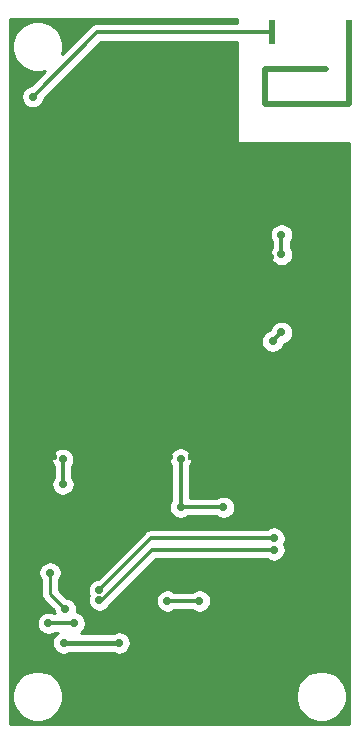
<source format=gbr>
G04 #@! TF.GenerationSoftware,KiCad,Pcbnew,(5.1.4)-1*
G04 #@! TF.CreationDate,2020-12-03T17:42:16+01:00*
G04 #@! TF.ProjectId,LoRa_Balloon,4c6f5261-5f42-4616-9c6c-6f6f6e2e6b69,2*
G04 #@! TF.SameCoordinates,Original*
G04 #@! TF.FileFunction,Copper,L2,Bot*
G04 #@! TF.FilePolarity,Positive*
%FSLAX46Y46*%
G04 Gerber Fmt 4.6, Leading zero omitted, Abs format (unit mm)*
G04 Created by KiCad (PCBNEW (5.1.4)-1) date 2020-12-03 17:42:16*
%MOMM*%
%LPD*%
G04 APERTURE LIST*
%ADD10C,0.600000*%
%ADD11R,0.500000X2.000000*%
%ADD12C,0.700000*%
%ADD13C,0.500000*%
%ADD14C,0.400000*%
%ADD15C,0.300000*%
%ADD16C,0.250000*%
%ADD17C,0.355547*%
%ADD18C,0.254000*%
G04 APERTURE END LIST*
D10*
X123510000Y-153500000D03*
X123560000Y-149870000D03*
X119500000Y-103970000D03*
X118500000Y-103970000D03*
X117500000Y-103970000D03*
X116500000Y-103970000D03*
X115500000Y-103970000D03*
X114500000Y-103970000D03*
X113500000Y-103970000D03*
X112500000Y-103970000D03*
X111500000Y-103970000D03*
X110500000Y-103970000D03*
X109500000Y-103970000D03*
X108500000Y-104010000D03*
X107790000Y-104720000D03*
X107080000Y-105430000D03*
X106370000Y-106140000D03*
X105660000Y-106850000D03*
X104950000Y-107560000D03*
D11*
X122870000Y-102781020D03*
X129370000Y-102781020D03*
D10*
X121100220Y-157380860D03*
X117033680Y-157553580D03*
X117384200Y-128440520D03*
X113967900Y-142105300D03*
X109865800Y-142841900D03*
X118031900Y-116540200D03*
X119860700Y-116959300D03*
X107541700Y-136669700D03*
X108191300Y-158412100D03*
X113191300Y-158412100D03*
X114691800Y-157916800D03*
X106690800Y-157916800D03*
X103947600Y-156157420D03*
X121227920Y-150630000D03*
X121227920Y-152530000D03*
X109789600Y-151846200D03*
X111389800Y-151846200D03*
X118912440Y-126128200D03*
X118912440Y-125248200D03*
X117826160Y-121176280D03*
X117826160Y-120296280D03*
X120168040Y-136791620D03*
X124145680Y-136248060D03*
X124574940Y-133586140D03*
X121084980Y-134015400D03*
X121684420Y-131328080D03*
X118651660Y-130726100D03*
X124689240Y-131411900D03*
X122271160Y-115496260D03*
X124905140Y-115928060D03*
X124153300Y-118300420D03*
X125446160Y-120492440D03*
X124981340Y-124810440D03*
X125060080Y-127175180D03*
X107046400Y-125422580D03*
X105080440Y-124945060D03*
X104862000Y-119651700D03*
X106868600Y-120743900D03*
X107402000Y-116433520D03*
X107275000Y-124122100D03*
X106492680Y-117975300D03*
X105852600Y-122179000D03*
X105476680Y-115724860D03*
X114226980Y-138767740D03*
X115956720Y-138780440D03*
X117003200Y-138777900D03*
X120597300Y-138765200D03*
X119482240Y-138770280D03*
X121671720Y-138770280D03*
X122786780Y-138765200D03*
X124712100Y-138727100D03*
X125827160Y-138722020D03*
X126916820Y-138737260D03*
X126911740Y-137622200D03*
X126952380Y-131086780D03*
X126947300Y-134396400D03*
X126952380Y-133299120D03*
X126934600Y-135483520D03*
X126916820Y-136524920D03*
X126947300Y-132184060D03*
X123462420Y-112763220D03*
X126772040Y-112768300D03*
X125674760Y-112763220D03*
X126954920Y-130004740D03*
X124559700Y-112768300D03*
X127960760Y-112760680D03*
X126947300Y-128290240D03*
X126939680Y-126966900D03*
X117856640Y-112765760D03*
X116759360Y-112760680D03*
X114547020Y-112760680D03*
X115644300Y-112765760D03*
X119045360Y-112758140D03*
X120142640Y-112763220D03*
X121257700Y-112758140D03*
X122354980Y-112763220D03*
X126947300Y-120665160D03*
X126947300Y-125684200D03*
X126947300Y-122877500D03*
X126947300Y-124332920D03*
X126942220Y-121762440D03*
X126977780Y-116324300D03*
X126982860Y-115227020D03*
X126977780Y-118536640D03*
X126982860Y-117439360D03*
X126965080Y-119623760D03*
X110958000Y-137977800D03*
X110089320Y-138767740D03*
X104404800Y-138727100D03*
X103477700Y-138734720D03*
X103477700Y-136514760D03*
X103472620Y-137612040D03*
X103503100Y-116364940D03*
X103508180Y-115267660D03*
X103467540Y-131333160D03*
X103465000Y-128902380D03*
X103459920Y-127787320D03*
X103475160Y-130307000D03*
X103465000Y-126690040D03*
X103470080Y-123408360D03*
X103475160Y-122311080D03*
X103470080Y-125620700D03*
X103475160Y-124523420D03*
X103492940Y-117914340D03*
X103487860Y-119011620D03*
X103487860Y-121223960D03*
X103492940Y-120126680D03*
X103553900Y-112768300D03*
X104651180Y-112773380D03*
X105766240Y-112768300D03*
X106863520Y-112773380D03*
X108052240Y-112765760D03*
X109149520Y-112770840D03*
X110264580Y-112765760D03*
X113454820Y-112760680D03*
X111361860Y-112770840D03*
X111264470Y-133907470D03*
X110201970Y-133907470D03*
X111264470Y-131782470D03*
X110201970Y-132844970D03*
X110201970Y-131782470D03*
X111264470Y-132844970D03*
X112326970Y-131782470D03*
X112326970Y-132844970D03*
X112326970Y-133907470D03*
X113389470Y-133907470D03*
X113389470Y-132844970D03*
X113389470Y-131782470D03*
X113389470Y-130719970D03*
X112326970Y-130719970D03*
X111264470Y-130719970D03*
X110201970Y-130719970D03*
X112578520Y-128021000D03*
X112756320Y-127035480D03*
X113764700Y-126888160D03*
X114783240Y-127002460D03*
X115832260Y-126971980D03*
X118925980Y-127297100D03*
X120734460Y-126844980D03*
X121669180Y-126771320D03*
X121999380Y-125663880D03*
X121991760Y-124617400D03*
X121984140Y-123578540D03*
X122758840Y-122885120D03*
X122758840Y-121838640D03*
X121991760Y-121137600D03*
X121961280Y-120121600D03*
X117940460Y-119125920D03*
X114920400Y-118508700D03*
X113983140Y-117579060D03*
X115867820Y-119463740D03*
X114475900Y-119545020D03*
X112918880Y-121231580D03*
X113922180Y-121536380D03*
X113884080Y-122341560D03*
X115326800Y-121569400D03*
X116576480Y-122382200D03*
X117816000Y-122509200D03*
X119063140Y-122354260D03*
X121079900Y-119567880D03*
X120033420Y-121980880D03*
X119939440Y-123022280D03*
X119903880Y-124066220D03*
X118750720Y-124089080D03*
X117683920Y-124058600D03*
X117051460Y-125013640D03*
X116053240Y-124924740D03*
X115042320Y-124909500D03*
X114343820Y-124165280D03*
X113320200Y-124150040D03*
X111918120Y-124508180D03*
X112786800Y-125013640D03*
X111509180Y-125435280D03*
X111526960Y-123583620D03*
X111519340Y-122567620D03*
X111521880Y-121536380D03*
X112062900Y-120657540D03*
X112052740Y-119603440D03*
X111882560Y-118607760D03*
X108961560Y-125478460D03*
X109464480Y-124599620D03*
X109449240Y-123596320D03*
X108984420Y-122674300D03*
X108666920Y-121716720D03*
X108956480Y-120743900D03*
X108959020Y-119727900D03*
X108687240Y-118737300D03*
X108923460Y-117761940D03*
X109921680Y-117586680D03*
X110848780Y-117172660D03*
D12*
X115093120Y-143002340D03*
X109888660Y-154496640D03*
X105189660Y-154492880D03*
X118725320Y-143004460D03*
X115093120Y-138917600D03*
X122890920Y-128955720D03*
X104040989Y-148559440D03*
X105347140Y-151653160D03*
X105123620Y-138943000D03*
X105128700Y-141046120D03*
X123637680Y-128208960D03*
X123637680Y-121597340D03*
X123637680Y-119946340D03*
X116683160Y-150936880D03*
X113972980Y-150936880D03*
X123000000Y-145620000D03*
X108200000Y-150051540D03*
X123000000Y-146620000D03*
X108200000Y-150850000D03*
X103899340Y-152829180D03*
X106091360Y-152831720D03*
X102576000Y-108258453D03*
D13*
X129370000Y-108900000D02*
X122270000Y-108900000D01*
X127370000Y-105906260D02*
X122270000Y-105906260D01*
X122270000Y-108900000D02*
X122270000Y-105900000D01*
X129370000Y-103800000D02*
X129370000Y-108900000D01*
D14*
X105193420Y-154496640D02*
X105189660Y-154492880D01*
X109888660Y-154496640D02*
X105193420Y-154496640D01*
D15*
X115093120Y-138917600D02*
X115093120Y-143002340D01*
X118184300Y-143002340D02*
X118725320Y-143004460D01*
X115093120Y-143002340D02*
X118184300Y-143002340D01*
X105128700Y-141046120D02*
X105128700Y-138948080D01*
D16*
X105128700Y-138948080D02*
X105123620Y-138943000D01*
X104040989Y-150347009D02*
X105347140Y-151653160D01*
X104040989Y-148559440D02*
X104040989Y-150347009D01*
D15*
X122890920Y-128955720D02*
X123637680Y-128208960D01*
X123637680Y-121597340D02*
X123637680Y-119946340D01*
X116683160Y-150936880D02*
X113972980Y-150936880D01*
X112631540Y-145620000D02*
X108200000Y-150051540D01*
X123000000Y-145620000D02*
X112631540Y-145620000D01*
X108437542Y-150850000D02*
X108200000Y-150850000D01*
X112667542Y-146620000D02*
X108437542Y-150850000D01*
X123000000Y-146620000D02*
X112667542Y-146620000D01*
X103901880Y-152831720D02*
X103899340Y-152829180D01*
X106091360Y-152831720D02*
X103901880Y-152831720D01*
D17*
X108053433Y-102781020D02*
X102576000Y-108258453D01*
X122932760Y-102781020D02*
X108053433Y-102781020D01*
D18*
G36*
X119873000Y-101968247D02*
G01*
X108093351Y-101968247D01*
X108053432Y-101964315D01*
X108013513Y-101968247D01*
X108013511Y-101968247D01*
X107894102Y-101980008D01*
X107740894Y-102026483D01*
X107675167Y-102061615D01*
X107599695Y-102101955D01*
X107522945Y-102164942D01*
X107475935Y-102203522D01*
X107450486Y-102234532D01*
X105094556Y-104590463D01*
X105169503Y-104213677D01*
X105169503Y-103786323D01*
X105086130Y-103367179D01*
X104922588Y-102972355D01*
X104685163Y-102617023D01*
X104382977Y-102314837D01*
X104027645Y-102077412D01*
X103632821Y-101913870D01*
X103213677Y-101830497D01*
X102786323Y-101830497D01*
X102367179Y-101913870D01*
X101972355Y-102077412D01*
X101617023Y-102314837D01*
X101314837Y-102617023D01*
X101077412Y-102972355D01*
X100913870Y-103367179D01*
X100830497Y-103786323D01*
X100830497Y-104213677D01*
X100913870Y-104632821D01*
X101077412Y-105027645D01*
X101314837Y-105382977D01*
X101617023Y-105685163D01*
X101972355Y-105922588D01*
X102367179Y-106086130D01*
X102786323Y-106169503D01*
X103213677Y-106169503D01*
X103590463Y-106094555D01*
X102394825Y-107290194D01*
X102288686Y-107311306D01*
X102109428Y-107385557D01*
X101948099Y-107493354D01*
X101810901Y-107630552D01*
X101703104Y-107791881D01*
X101628853Y-107971139D01*
X101591000Y-108161439D01*
X101591000Y-108355467D01*
X101628853Y-108545767D01*
X101703104Y-108725025D01*
X101810901Y-108886354D01*
X101948099Y-109023552D01*
X102109428Y-109131349D01*
X102288686Y-109205600D01*
X102478986Y-109243453D01*
X102673014Y-109243453D01*
X102863314Y-109205600D01*
X103042572Y-109131349D01*
X103203901Y-109023552D01*
X103341099Y-108886354D01*
X103448896Y-108725025D01*
X103523147Y-108545767D01*
X103544259Y-108439628D01*
X108390095Y-103593793D01*
X119873000Y-103593793D01*
X119873000Y-112000000D01*
X119875440Y-112024776D01*
X119882667Y-112048601D01*
X119894403Y-112070557D01*
X119910197Y-112089803D01*
X119929443Y-112105597D01*
X119951399Y-112117333D01*
X119975224Y-112124560D01*
X120000000Y-112127000D01*
X129340000Y-112127000D01*
X129340001Y-161340000D01*
X100660000Y-161340000D01*
X100660000Y-158786323D01*
X100830497Y-158786323D01*
X100830497Y-159213677D01*
X100913870Y-159632821D01*
X101077412Y-160027645D01*
X101314837Y-160382977D01*
X101617023Y-160685163D01*
X101972355Y-160922588D01*
X102367179Y-161086130D01*
X102786323Y-161169503D01*
X103213677Y-161169503D01*
X103632821Y-161086130D01*
X104027645Y-160922588D01*
X104382977Y-160685163D01*
X104685163Y-160382977D01*
X104922588Y-160027645D01*
X105086130Y-159632821D01*
X105169503Y-159213677D01*
X105169503Y-158786323D01*
X124830497Y-158786323D01*
X124830497Y-159213677D01*
X124913870Y-159632821D01*
X125077412Y-160027645D01*
X125314837Y-160382977D01*
X125617023Y-160685163D01*
X125972355Y-160922588D01*
X126367179Y-161086130D01*
X126786323Y-161169503D01*
X127213677Y-161169503D01*
X127632821Y-161086130D01*
X128027645Y-160922588D01*
X128382977Y-160685163D01*
X128685163Y-160382977D01*
X128922588Y-160027645D01*
X129086130Y-159632821D01*
X129169503Y-159213677D01*
X129169503Y-158786323D01*
X129086130Y-158367179D01*
X128922588Y-157972355D01*
X128685163Y-157617023D01*
X128382977Y-157314837D01*
X128027645Y-157077412D01*
X127632821Y-156913870D01*
X127213677Y-156830497D01*
X126786323Y-156830497D01*
X126367179Y-156913870D01*
X125972355Y-157077412D01*
X125617023Y-157314837D01*
X125314837Y-157617023D01*
X125077412Y-157972355D01*
X124913870Y-158367179D01*
X124830497Y-158786323D01*
X105169503Y-158786323D01*
X105086130Y-158367179D01*
X104922588Y-157972355D01*
X104685163Y-157617023D01*
X104382977Y-157314837D01*
X104027645Y-157077412D01*
X103632821Y-156913870D01*
X103213677Y-156830497D01*
X102786323Y-156830497D01*
X102367179Y-156913870D01*
X101972355Y-157077412D01*
X101617023Y-157314837D01*
X101314837Y-157617023D01*
X101077412Y-157972355D01*
X100913870Y-158367179D01*
X100830497Y-158786323D01*
X100660000Y-158786323D01*
X100660000Y-152732166D01*
X102914340Y-152732166D01*
X102914340Y-152926194D01*
X102952193Y-153116494D01*
X103026444Y-153295752D01*
X103134241Y-153457081D01*
X103271439Y-153594279D01*
X103432768Y-153702076D01*
X103612026Y-153776327D01*
X103802326Y-153814180D01*
X103996354Y-153814180D01*
X104186654Y-153776327D01*
X104365912Y-153702076D01*
X104493656Y-153616720D01*
X104730968Y-153616720D01*
X104723088Y-153619984D01*
X104561759Y-153727781D01*
X104424561Y-153864979D01*
X104316764Y-154026308D01*
X104242513Y-154205566D01*
X104204660Y-154395866D01*
X104204660Y-154589894D01*
X104242513Y-154780194D01*
X104316764Y-154959452D01*
X104424561Y-155120781D01*
X104561759Y-155257979D01*
X104723088Y-155365776D01*
X104902346Y-155440027D01*
X105092646Y-155477880D01*
X105286674Y-155477880D01*
X105476974Y-155440027D01*
X105656232Y-155365776D01*
X105707320Y-155331640D01*
X109365373Y-155331640D01*
X109422088Y-155369536D01*
X109601346Y-155443787D01*
X109791646Y-155481640D01*
X109985674Y-155481640D01*
X110175974Y-155443787D01*
X110355232Y-155369536D01*
X110516561Y-155261739D01*
X110653759Y-155124541D01*
X110761556Y-154963212D01*
X110835807Y-154783954D01*
X110873660Y-154593654D01*
X110873660Y-154399626D01*
X110835807Y-154209326D01*
X110761556Y-154030068D01*
X110653759Y-153868739D01*
X110516561Y-153731541D01*
X110355232Y-153623744D01*
X110175974Y-153549493D01*
X109985674Y-153511640D01*
X109791646Y-153511640D01*
X109601346Y-153549493D01*
X109422088Y-153623744D01*
X109365373Y-153661640D01*
X106622250Y-153661640D01*
X106719261Y-153596819D01*
X106856459Y-153459621D01*
X106964256Y-153298292D01*
X107038507Y-153119034D01*
X107076360Y-152928734D01*
X107076360Y-152734706D01*
X107038507Y-152544406D01*
X106964256Y-152365148D01*
X106856459Y-152203819D01*
X106719261Y-152066621D01*
X106557932Y-151958824D01*
X106378674Y-151884573D01*
X106308195Y-151870554D01*
X106332140Y-151750174D01*
X106332140Y-151556146D01*
X106294287Y-151365846D01*
X106220036Y-151186588D01*
X106112239Y-151025259D01*
X105975041Y-150888061D01*
X105813712Y-150780264D01*
X105634454Y-150706013D01*
X105444154Y-150668160D01*
X105436942Y-150668160D01*
X104800989Y-150032208D01*
X104800989Y-149954526D01*
X107215000Y-149954526D01*
X107215000Y-150148554D01*
X107252853Y-150338854D01*
X107299210Y-150450770D01*
X107252853Y-150562686D01*
X107215000Y-150752986D01*
X107215000Y-150947014D01*
X107252853Y-151137314D01*
X107327104Y-151316572D01*
X107434901Y-151477901D01*
X107572099Y-151615099D01*
X107733428Y-151722896D01*
X107912686Y-151797147D01*
X108102986Y-151835000D01*
X108297014Y-151835000D01*
X108487314Y-151797147D01*
X108666572Y-151722896D01*
X108827901Y-151615099D01*
X108965099Y-151477901D01*
X109056321Y-151341378D01*
X109557833Y-150839866D01*
X112987980Y-150839866D01*
X112987980Y-151033894D01*
X113025833Y-151224194D01*
X113100084Y-151403452D01*
X113207881Y-151564781D01*
X113345079Y-151701979D01*
X113506408Y-151809776D01*
X113685666Y-151884027D01*
X113875966Y-151921880D01*
X114069994Y-151921880D01*
X114260294Y-151884027D01*
X114439552Y-151809776D01*
X114571097Y-151721880D01*
X116085043Y-151721880D01*
X116216588Y-151809776D01*
X116395846Y-151884027D01*
X116586146Y-151921880D01*
X116780174Y-151921880D01*
X116970474Y-151884027D01*
X117149732Y-151809776D01*
X117311061Y-151701979D01*
X117448259Y-151564781D01*
X117556056Y-151403452D01*
X117630307Y-151224194D01*
X117668160Y-151033894D01*
X117668160Y-150839866D01*
X117630307Y-150649566D01*
X117556056Y-150470308D01*
X117448259Y-150308979D01*
X117311061Y-150171781D01*
X117149732Y-150063984D01*
X116970474Y-149989733D01*
X116780174Y-149951880D01*
X116586146Y-149951880D01*
X116395846Y-149989733D01*
X116216588Y-150063984D01*
X116085043Y-150151880D01*
X114571097Y-150151880D01*
X114439552Y-150063984D01*
X114260294Y-149989733D01*
X114069994Y-149951880D01*
X113875966Y-149951880D01*
X113685666Y-149989733D01*
X113506408Y-150063984D01*
X113345079Y-150171781D01*
X113207881Y-150308979D01*
X113100084Y-150470308D01*
X113025833Y-150649566D01*
X112987980Y-150839866D01*
X109557833Y-150839866D01*
X112992700Y-147405000D01*
X122401883Y-147405000D01*
X122533428Y-147492896D01*
X122712686Y-147567147D01*
X122902986Y-147605000D01*
X123097014Y-147605000D01*
X123287314Y-147567147D01*
X123466572Y-147492896D01*
X123627901Y-147385099D01*
X123765099Y-147247901D01*
X123872896Y-147086572D01*
X123947147Y-146907314D01*
X123985000Y-146717014D01*
X123985000Y-146522986D01*
X123947147Y-146332686D01*
X123872896Y-146153428D01*
X123850560Y-146120000D01*
X123872896Y-146086572D01*
X123947147Y-145907314D01*
X123985000Y-145717014D01*
X123985000Y-145522986D01*
X123947147Y-145332686D01*
X123872896Y-145153428D01*
X123765099Y-144992099D01*
X123627901Y-144854901D01*
X123466572Y-144747104D01*
X123287314Y-144672853D01*
X123097014Y-144635000D01*
X122902986Y-144635000D01*
X122712686Y-144672853D01*
X122533428Y-144747104D01*
X122401883Y-144835000D01*
X112670095Y-144835000D01*
X112631540Y-144831203D01*
X112592984Y-144835000D01*
X112592979Y-144835000D01*
X112552566Y-144838980D01*
X112477653Y-144846358D01*
X112329680Y-144891246D01*
X112193307Y-144964138D01*
X112159237Y-144992099D01*
X112103727Y-145037655D01*
X112103724Y-145037658D01*
X112073776Y-145062236D01*
X112049198Y-145092184D01*
X108067855Y-149073528D01*
X107912686Y-149104393D01*
X107733428Y-149178644D01*
X107572099Y-149286441D01*
X107434901Y-149423639D01*
X107327104Y-149584968D01*
X107252853Y-149764226D01*
X107215000Y-149954526D01*
X104800989Y-149954526D01*
X104800989Y-149192440D01*
X104806088Y-149187341D01*
X104913885Y-149026012D01*
X104988136Y-148846754D01*
X105025989Y-148656454D01*
X105025989Y-148462426D01*
X104988136Y-148272126D01*
X104913885Y-148092868D01*
X104806088Y-147931539D01*
X104668890Y-147794341D01*
X104507561Y-147686544D01*
X104328303Y-147612293D01*
X104138003Y-147574440D01*
X103943975Y-147574440D01*
X103753675Y-147612293D01*
X103574417Y-147686544D01*
X103413088Y-147794341D01*
X103275890Y-147931539D01*
X103168093Y-148092868D01*
X103093842Y-148272126D01*
X103055989Y-148462426D01*
X103055989Y-148656454D01*
X103093842Y-148846754D01*
X103168093Y-149026012D01*
X103275890Y-149187341D01*
X103280989Y-149192440D01*
X103280990Y-150309677D01*
X103277313Y-150347009D01*
X103280990Y-150384342D01*
X103291987Y-150495995D01*
X103298696Y-150518112D01*
X103335443Y-150639255D01*
X103406015Y-150771285D01*
X103477190Y-150858011D01*
X103500989Y-150887010D01*
X103529987Y-150910808D01*
X104362140Y-151742962D01*
X104362140Y-151750174D01*
X104399993Y-151940474D01*
X104422090Y-151993821D01*
X104365912Y-151956284D01*
X104186654Y-151882033D01*
X103996354Y-151844180D01*
X103802326Y-151844180D01*
X103612026Y-151882033D01*
X103432768Y-151956284D01*
X103271439Y-152064081D01*
X103134241Y-152201279D01*
X103026444Y-152362608D01*
X102952193Y-152541866D01*
X102914340Y-152732166D01*
X100660000Y-152732166D01*
X100660000Y-138845986D01*
X104138620Y-138845986D01*
X104138620Y-139040014D01*
X104176473Y-139230314D01*
X104250724Y-139409572D01*
X104343701Y-139548721D01*
X104343700Y-140448002D01*
X104255804Y-140579548D01*
X104181553Y-140758806D01*
X104143700Y-140949106D01*
X104143700Y-141143134D01*
X104181553Y-141333434D01*
X104255804Y-141512692D01*
X104363601Y-141674021D01*
X104500799Y-141811219D01*
X104662128Y-141919016D01*
X104841386Y-141993267D01*
X105031686Y-142031120D01*
X105225714Y-142031120D01*
X105416014Y-141993267D01*
X105595272Y-141919016D01*
X105756601Y-141811219D01*
X105893799Y-141674021D01*
X106001596Y-141512692D01*
X106075847Y-141333434D01*
X106113700Y-141143134D01*
X106113700Y-140949106D01*
X106075847Y-140758806D01*
X106001596Y-140579548D01*
X105913700Y-140448003D01*
X105913700Y-139533514D01*
X105996516Y-139409572D01*
X106070767Y-139230314D01*
X106108620Y-139040014D01*
X106108620Y-138845986D01*
X106103568Y-138820586D01*
X114108120Y-138820586D01*
X114108120Y-139014614D01*
X114145973Y-139204914D01*
X114220224Y-139384172D01*
X114308120Y-139515717D01*
X114308121Y-142404222D01*
X114220224Y-142535768D01*
X114145973Y-142715026D01*
X114108120Y-142905326D01*
X114108120Y-143099354D01*
X114145973Y-143289654D01*
X114220224Y-143468912D01*
X114328021Y-143630241D01*
X114465219Y-143767439D01*
X114626548Y-143875236D01*
X114805806Y-143949487D01*
X114996106Y-143987340D01*
X115190134Y-143987340D01*
X115380434Y-143949487D01*
X115559692Y-143875236D01*
X115691237Y-143787340D01*
X118124030Y-143787340D01*
X118258748Y-143877356D01*
X118438006Y-143951607D01*
X118628306Y-143989460D01*
X118822334Y-143989460D01*
X119012634Y-143951607D01*
X119191892Y-143877356D01*
X119353221Y-143769559D01*
X119490419Y-143632361D01*
X119598216Y-143471032D01*
X119672467Y-143291774D01*
X119710320Y-143101474D01*
X119710320Y-142907446D01*
X119672467Y-142717146D01*
X119598216Y-142537888D01*
X119490419Y-142376559D01*
X119353221Y-142239361D01*
X119191892Y-142131564D01*
X119012634Y-142057313D01*
X118822334Y-142019460D01*
X118628306Y-142019460D01*
X118438006Y-142057313D01*
X118258748Y-142131564D01*
X118130376Y-142217340D01*
X115878120Y-142217340D01*
X115878120Y-139515717D01*
X115966016Y-139384172D01*
X116040267Y-139204914D01*
X116078120Y-139014614D01*
X116078120Y-138820586D01*
X116040267Y-138630286D01*
X115966016Y-138451028D01*
X115858219Y-138289699D01*
X115721021Y-138152501D01*
X115559692Y-138044704D01*
X115380434Y-137970453D01*
X115190134Y-137932600D01*
X114996106Y-137932600D01*
X114805806Y-137970453D01*
X114626548Y-138044704D01*
X114465219Y-138152501D01*
X114328021Y-138289699D01*
X114220224Y-138451028D01*
X114145973Y-138630286D01*
X114108120Y-138820586D01*
X106103568Y-138820586D01*
X106070767Y-138655686D01*
X105996516Y-138476428D01*
X105888719Y-138315099D01*
X105751521Y-138177901D01*
X105590192Y-138070104D01*
X105410934Y-137995853D01*
X105220634Y-137958000D01*
X105026606Y-137958000D01*
X104836306Y-137995853D01*
X104657048Y-138070104D01*
X104495719Y-138177901D01*
X104358521Y-138315099D01*
X104250724Y-138476428D01*
X104176473Y-138655686D01*
X104138620Y-138845986D01*
X100660000Y-138845986D01*
X100660000Y-128858706D01*
X121905920Y-128858706D01*
X121905920Y-129052734D01*
X121943773Y-129243034D01*
X122018024Y-129422292D01*
X122125821Y-129583621D01*
X122263019Y-129720819D01*
X122424348Y-129828616D01*
X122603606Y-129902867D01*
X122793906Y-129940720D01*
X122987934Y-129940720D01*
X123178234Y-129902867D01*
X123357492Y-129828616D01*
X123518821Y-129720819D01*
X123656019Y-129583621D01*
X123763816Y-129422292D01*
X123838067Y-129243034D01*
X123852489Y-129170529D01*
X123924994Y-129156107D01*
X124104252Y-129081856D01*
X124265581Y-128974059D01*
X124402779Y-128836861D01*
X124510576Y-128675532D01*
X124584827Y-128496274D01*
X124622680Y-128305974D01*
X124622680Y-128111946D01*
X124584827Y-127921646D01*
X124510576Y-127742388D01*
X124402779Y-127581059D01*
X124265581Y-127443861D01*
X124104252Y-127336064D01*
X123924994Y-127261813D01*
X123734694Y-127223960D01*
X123540666Y-127223960D01*
X123350366Y-127261813D01*
X123171108Y-127336064D01*
X123009779Y-127443861D01*
X122872581Y-127581059D01*
X122764784Y-127742388D01*
X122690533Y-127921646D01*
X122676111Y-127994151D01*
X122603606Y-128008573D01*
X122424348Y-128082824D01*
X122263019Y-128190621D01*
X122125821Y-128327819D01*
X122018024Y-128489148D01*
X121943773Y-128668406D01*
X121905920Y-128858706D01*
X100660000Y-128858706D01*
X100660000Y-119849326D01*
X122652680Y-119849326D01*
X122652680Y-120043354D01*
X122690533Y-120233654D01*
X122764784Y-120412912D01*
X122852681Y-120544458D01*
X122852680Y-120999222D01*
X122764784Y-121130768D01*
X122690533Y-121310026D01*
X122652680Y-121500326D01*
X122652680Y-121694354D01*
X122690533Y-121884654D01*
X122764784Y-122063912D01*
X122872581Y-122225241D01*
X123009779Y-122362439D01*
X123171108Y-122470236D01*
X123350366Y-122544487D01*
X123540666Y-122582340D01*
X123734694Y-122582340D01*
X123924994Y-122544487D01*
X124104252Y-122470236D01*
X124265581Y-122362439D01*
X124402779Y-122225241D01*
X124510576Y-122063912D01*
X124584827Y-121884654D01*
X124622680Y-121694354D01*
X124622680Y-121500326D01*
X124584827Y-121310026D01*
X124510576Y-121130768D01*
X124422680Y-120999223D01*
X124422680Y-120544457D01*
X124510576Y-120412912D01*
X124584827Y-120233654D01*
X124622680Y-120043354D01*
X124622680Y-119849326D01*
X124584827Y-119659026D01*
X124510576Y-119479768D01*
X124402779Y-119318439D01*
X124265581Y-119181241D01*
X124104252Y-119073444D01*
X123924994Y-118999193D01*
X123734694Y-118961340D01*
X123540666Y-118961340D01*
X123350366Y-118999193D01*
X123171108Y-119073444D01*
X123009779Y-119181241D01*
X122872581Y-119318439D01*
X122764784Y-119479768D01*
X122690533Y-119659026D01*
X122652680Y-119849326D01*
X100660000Y-119849326D01*
X100660000Y-101660000D01*
X119873000Y-101660000D01*
X119873000Y-101968247D01*
X119873000Y-101968247D01*
G37*
X119873000Y-101968247D02*
X108093351Y-101968247D01*
X108053432Y-101964315D01*
X108013513Y-101968247D01*
X108013511Y-101968247D01*
X107894102Y-101980008D01*
X107740894Y-102026483D01*
X107675167Y-102061615D01*
X107599695Y-102101955D01*
X107522945Y-102164942D01*
X107475935Y-102203522D01*
X107450486Y-102234532D01*
X105094556Y-104590463D01*
X105169503Y-104213677D01*
X105169503Y-103786323D01*
X105086130Y-103367179D01*
X104922588Y-102972355D01*
X104685163Y-102617023D01*
X104382977Y-102314837D01*
X104027645Y-102077412D01*
X103632821Y-101913870D01*
X103213677Y-101830497D01*
X102786323Y-101830497D01*
X102367179Y-101913870D01*
X101972355Y-102077412D01*
X101617023Y-102314837D01*
X101314837Y-102617023D01*
X101077412Y-102972355D01*
X100913870Y-103367179D01*
X100830497Y-103786323D01*
X100830497Y-104213677D01*
X100913870Y-104632821D01*
X101077412Y-105027645D01*
X101314837Y-105382977D01*
X101617023Y-105685163D01*
X101972355Y-105922588D01*
X102367179Y-106086130D01*
X102786323Y-106169503D01*
X103213677Y-106169503D01*
X103590463Y-106094555D01*
X102394825Y-107290194D01*
X102288686Y-107311306D01*
X102109428Y-107385557D01*
X101948099Y-107493354D01*
X101810901Y-107630552D01*
X101703104Y-107791881D01*
X101628853Y-107971139D01*
X101591000Y-108161439D01*
X101591000Y-108355467D01*
X101628853Y-108545767D01*
X101703104Y-108725025D01*
X101810901Y-108886354D01*
X101948099Y-109023552D01*
X102109428Y-109131349D01*
X102288686Y-109205600D01*
X102478986Y-109243453D01*
X102673014Y-109243453D01*
X102863314Y-109205600D01*
X103042572Y-109131349D01*
X103203901Y-109023552D01*
X103341099Y-108886354D01*
X103448896Y-108725025D01*
X103523147Y-108545767D01*
X103544259Y-108439628D01*
X108390095Y-103593793D01*
X119873000Y-103593793D01*
X119873000Y-112000000D01*
X119875440Y-112024776D01*
X119882667Y-112048601D01*
X119894403Y-112070557D01*
X119910197Y-112089803D01*
X119929443Y-112105597D01*
X119951399Y-112117333D01*
X119975224Y-112124560D01*
X120000000Y-112127000D01*
X129340000Y-112127000D01*
X129340001Y-161340000D01*
X100660000Y-161340000D01*
X100660000Y-158786323D01*
X100830497Y-158786323D01*
X100830497Y-159213677D01*
X100913870Y-159632821D01*
X101077412Y-160027645D01*
X101314837Y-160382977D01*
X101617023Y-160685163D01*
X101972355Y-160922588D01*
X102367179Y-161086130D01*
X102786323Y-161169503D01*
X103213677Y-161169503D01*
X103632821Y-161086130D01*
X104027645Y-160922588D01*
X104382977Y-160685163D01*
X104685163Y-160382977D01*
X104922588Y-160027645D01*
X105086130Y-159632821D01*
X105169503Y-159213677D01*
X105169503Y-158786323D01*
X124830497Y-158786323D01*
X124830497Y-159213677D01*
X124913870Y-159632821D01*
X125077412Y-160027645D01*
X125314837Y-160382977D01*
X125617023Y-160685163D01*
X125972355Y-160922588D01*
X126367179Y-161086130D01*
X126786323Y-161169503D01*
X127213677Y-161169503D01*
X127632821Y-161086130D01*
X128027645Y-160922588D01*
X128382977Y-160685163D01*
X128685163Y-160382977D01*
X128922588Y-160027645D01*
X129086130Y-159632821D01*
X129169503Y-159213677D01*
X129169503Y-158786323D01*
X129086130Y-158367179D01*
X128922588Y-157972355D01*
X128685163Y-157617023D01*
X128382977Y-157314837D01*
X128027645Y-157077412D01*
X127632821Y-156913870D01*
X127213677Y-156830497D01*
X126786323Y-156830497D01*
X126367179Y-156913870D01*
X125972355Y-157077412D01*
X125617023Y-157314837D01*
X125314837Y-157617023D01*
X125077412Y-157972355D01*
X124913870Y-158367179D01*
X124830497Y-158786323D01*
X105169503Y-158786323D01*
X105086130Y-158367179D01*
X104922588Y-157972355D01*
X104685163Y-157617023D01*
X104382977Y-157314837D01*
X104027645Y-157077412D01*
X103632821Y-156913870D01*
X103213677Y-156830497D01*
X102786323Y-156830497D01*
X102367179Y-156913870D01*
X101972355Y-157077412D01*
X101617023Y-157314837D01*
X101314837Y-157617023D01*
X101077412Y-157972355D01*
X100913870Y-158367179D01*
X100830497Y-158786323D01*
X100660000Y-158786323D01*
X100660000Y-152732166D01*
X102914340Y-152732166D01*
X102914340Y-152926194D01*
X102952193Y-153116494D01*
X103026444Y-153295752D01*
X103134241Y-153457081D01*
X103271439Y-153594279D01*
X103432768Y-153702076D01*
X103612026Y-153776327D01*
X103802326Y-153814180D01*
X103996354Y-153814180D01*
X104186654Y-153776327D01*
X104365912Y-153702076D01*
X104493656Y-153616720D01*
X104730968Y-153616720D01*
X104723088Y-153619984D01*
X104561759Y-153727781D01*
X104424561Y-153864979D01*
X104316764Y-154026308D01*
X104242513Y-154205566D01*
X104204660Y-154395866D01*
X104204660Y-154589894D01*
X104242513Y-154780194D01*
X104316764Y-154959452D01*
X104424561Y-155120781D01*
X104561759Y-155257979D01*
X104723088Y-155365776D01*
X104902346Y-155440027D01*
X105092646Y-155477880D01*
X105286674Y-155477880D01*
X105476974Y-155440027D01*
X105656232Y-155365776D01*
X105707320Y-155331640D01*
X109365373Y-155331640D01*
X109422088Y-155369536D01*
X109601346Y-155443787D01*
X109791646Y-155481640D01*
X109985674Y-155481640D01*
X110175974Y-155443787D01*
X110355232Y-155369536D01*
X110516561Y-155261739D01*
X110653759Y-155124541D01*
X110761556Y-154963212D01*
X110835807Y-154783954D01*
X110873660Y-154593654D01*
X110873660Y-154399626D01*
X110835807Y-154209326D01*
X110761556Y-154030068D01*
X110653759Y-153868739D01*
X110516561Y-153731541D01*
X110355232Y-153623744D01*
X110175974Y-153549493D01*
X109985674Y-153511640D01*
X109791646Y-153511640D01*
X109601346Y-153549493D01*
X109422088Y-153623744D01*
X109365373Y-153661640D01*
X106622250Y-153661640D01*
X106719261Y-153596819D01*
X106856459Y-153459621D01*
X106964256Y-153298292D01*
X107038507Y-153119034D01*
X107076360Y-152928734D01*
X107076360Y-152734706D01*
X107038507Y-152544406D01*
X106964256Y-152365148D01*
X106856459Y-152203819D01*
X106719261Y-152066621D01*
X106557932Y-151958824D01*
X106378674Y-151884573D01*
X106308195Y-151870554D01*
X106332140Y-151750174D01*
X106332140Y-151556146D01*
X106294287Y-151365846D01*
X106220036Y-151186588D01*
X106112239Y-151025259D01*
X105975041Y-150888061D01*
X105813712Y-150780264D01*
X105634454Y-150706013D01*
X105444154Y-150668160D01*
X105436942Y-150668160D01*
X104800989Y-150032208D01*
X104800989Y-149954526D01*
X107215000Y-149954526D01*
X107215000Y-150148554D01*
X107252853Y-150338854D01*
X107299210Y-150450770D01*
X107252853Y-150562686D01*
X107215000Y-150752986D01*
X107215000Y-150947014D01*
X107252853Y-151137314D01*
X107327104Y-151316572D01*
X107434901Y-151477901D01*
X107572099Y-151615099D01*
X107733428Y-151722896D01*
X107912686Y-151797147D01*
X108102986Y-151835000D01*
X108297014Y-151835000D01*
X108487314Y-151797147D01*
X108666572Y-151722896D01*
X108827901Y-151615099D01*
X108965099Y-151477901D01*
X109056321Y-151341378D01*
X109557833Y-150839866D01*
X112987980Y-150839866D01*
X112987980Y-151033894D01*
X113025833Y-151224194D01*
X113100084Y-151403452D01*
X113207881Y-151564781D01*
X113345079Y-151701979D01*
X113506408Y-151809776D01*
X113685666Y-151884027D01*
X113875966Y-151921880D01*
X114069994Y-151921880D01*
X114260294Y-151884027D01*
X114439552Y-151809776D01*
X114571097Y-151721880D01*
X116085043Y-151721880D01*
X116216588Y-151809776D01*
X116395846Y-151884027D01*
X116586146Y-151921880D01*
X116780174Y-151921880D01*
X116970474Y-151884027D01*
X117149732Y-151809776D01*
X117311061Y-151701979D01*
X117448259Y-151564781D01*
X117556056Y-151403452D01*
X117630307Y-151224194D01*
X117668160Y-151033894D01*
X117668160Y-150839866D01*
X117630307Y-150649566D01*
X117556056Y-150470308D01*
X117448259Y-150308979D01*
X117311061Y-150171781D01*
X117149732Y-150063984D01*
X116970474Y-149989733D01*
X116780174Y-149951880D01*
X116586146Y-149951880D01*
X116395846Y-149989733D01*
X116216588Y-150063984D01*
X116085043Y-150151880D01*
X114571097Y-150151880D01*
X114439552Y-150063984D01*
X114260294Y-149989733D01*
X114069994Y-149951880D01*
X113875966Y-149951880D01*
X113685666Y-149989733D01*
X113506408Y-150063984D01*
X113345079Y-150171781D01*
X113207881Y-150308979D01*
X113100084Y-150470308D01*
X113025833Y-150649566D01*
X112987980Y-150839866D01*
X109557833Y-150839866D01*
X112992700Y-147405000D01*
X122401883Y-147405000D01*
X122533428Y-147492896D01*
X122712686Y-147567147D01*
X122902986Y-147605000D01*
X123097014Y-147605000D01*
X123287314Y-147567147D01*
X123466572Y-147492896D01*
X123627901Y-147385099D01*
X123765099Y-147247901D01*
X123872896Y-147086572D01*
X123947147Y-146907314D01*
X123985000Y-146717014D01*
X123985000Y-146522986D01*
X123947147Y-146332686D01*
X123872896Y-146153428D01*
X123850560Y-146120000D01*
X123872896Y-146086572D01*
X123947147Y-145907314D01*
X123985000Y-145717014D01*
X123985000Y-145522986D01*
X123947147Y-145332686D01*
X123872896Y-145153428D01*
X123765099Y-144992099D01*
X123627901Y-144854901D01*
X123466572Y-144747104D01*
X123287314Y-144672853D01*
X123097014Y-144635000D01*
X122902986Y-144635000D01*
X122712686Y-144672853D01*
X122533428Y-144747104D01*
X122401883Y-144835000D01*
X112670095Y-144835000D01*
X112631540Y-144831203D01*
X112592984Y-144835000D01*
X112592979Y-144835000D01*
X112552566Y-144838980D01*
X112477653Y-144846358D01*
X112329680Y-144891246D01*
X112193307Y-144964138D01*
X112159237Y-144992099D01*
X112103727Y-145037655D01*
X112103724Y-145037658D01*
X112073776Y-145062236D01*
X112049198Y-145092184D01*
X108067855Y-149073528D01*
X107912686Y-149104393D01*
X107733428Y-149178644D01*
X107572099Y-149286441D01*
X107434901Y-149423639D01*
X107327104Y-149584968D01*
X107252853Y-149764226D01*
X107215000Y-149954526D01*
X104800989Y-149954526D01*
X104800989Y-149192440D01*
X104806088Y-149187341D01*
X104913885Y-149026012D01*
X104988136Y-148846754D01*
X105025989Y-148656454D01*
X105025989Y-148462426D01*
X104988136Y-148272126D01*
X104913885Y-148092868D01*
X104806088Y-147931539D01*
X104668890Y-147794341D01*
X104507561Y-147686544D01*
X104328303Y-147612293D01*
X104138003Y-147574440D01*
X103943975Y-147574440D01*
X103753675Y-147612293D01*
X103574417Y-147686544D01*
X103413088Y-147794341D01*
X103275890Y-147931539D01*
X103168093Y-148092868D01*
X103093842Y-148272126D01*
X103055989Y-148462426D01*
X103055989Y-148656454D01*
X103093842Y-148846754D01*
X103168093Y-149026012D01*
X103275890Y-149187341D01*
X103280989Y-149192440D01*
X103280990Y-150309677D01*
X103277313Y-150347009D01*
X103280990Y-150384342D01*
X103291987Y-150495995D01*
X103298696Y-150518112D01*
X103335443Y-150639255D01*
X103406015Y-150771285D01*
X103477190Y-150858011D01*
X103500989Y-150887010D01*
X103529987Y-150910808D01*
X104362140Y-151742962D01*
X104362140Y-151750174D01*
X104399993Y-151940474D01*
X104422090Y-151993821D01*
X104365912Y-151956284D01*
X104186654Y-151882033D01*
X103996354Y-151844180D01*
X103802326Y-151844180D01*
X103612026Y-151882033D01*
X103432768Y-151956284D01*
X103271439Y-152064081D01*
X103134241Y-152201279D01*
X103026444Y-152362608D01*
X102952193Y-152541866D01*
X102914340Y-152732166D01*
X100660000Y-152732166D01*
X100660000Y-138845986D01*
X104138620Y-138845986D01*
X104138620Y-139040014D01*
X104176473Y-139230314D01*
X104250724Y-139409572D01*
X104343701Y-139548721D01*
X104343700Y-140448002D01*
X104255804Y-140579548D01*
X104181553Y-140758806D01*
X104143700Y-140949106D01*
X104143700Y-141143134D01*
X104181553Y-141333434D01*
X104255804Y-141512692D01*
X104363601Y-141674021D01*
X104500799Y-141811219D01*
X104662128Y-141919016D01*
X104841386Y-141993267D01*
X105031686Y-142031120D01*
X105225714Y-142031120D01*
X105416014Y-141993267D01*
X105595272Y-141919016D01*
X105756601Y-141811219D01*
X105893799Y-141674021D01*
X106001596Y-141512692D01*
X106075847Y-141333434D01*
X106113700Y-141143134D01*
X106113700Y-140949106D01*
X106075847Y-140758806D01*
X106001596Y-140579548D01*
X105913700Y-140448003D01*
X105913700Y-139533514D01*
X105996516Y-139409572D01*
X106070767Y-139230314D01*
X106108620Y-139040014D01*
X106108620Y-138845986D01*
X106103568Y-138820586D01*
X114108120Y-138820586D01*
X114108120Y-139014614D01*
X114145973Y-139204914D01*
X114220224Y-139384172D01*
X114308120Y-139515717D01*
X114308121Y-142404222D01*
X114220224Y-142535768D01*
X114145973Y-142715026D01*
X114108120Y-142905326D01*
X114108120Y-143099354D01*
X114145973Y-143289654D01*
X114220224Y-143468912D01*
X114328021Y-143630241D01*
X114465219Y-143767439D01*
X114626548Y-143875236D01*
X114805806Y-143949487D01*
X114996106Y-143987340D01*
X115190134Y-143987340D01*
X115380434Y-143949487D01*
X115559692Y-143875236D01*
X115691237Y-143787340D01*
X118124030Y-143787340D01*
X118258748Y-143877356D01*
X118438006Y-143951607D01*
X118628306Y-143989460D01*
X118822334Y-143989460D01*
X119012634Y-143951607D01*
X119191892Y-143877356D01*
X119353221Y-143769559D01*
X119490419Y-143632361D01*
X119598216Y-143471032D01*
X119672467Y-143291774D01*
X119710320Y-143101474D01*
X119710320Y-142907446D01*
X119672467Y-142717146D01*
X119598216Y-142537888D01*
X119490419Y-142376559D01*
X119353221Y-142239361D01*
X119191892Y-142131564D01*
X119012634Y-142057313D01*
X118822334Y-142019460D01*
X118628306Y-142019460D01*
X118438006Y-142057313D01*
X118258748Y-142131564D01*
X118130376Y-142217340D01*
X115878120Y-142217340D01*
X115878120Y-139515717D01*
X115966016Y-139384172D01*
X116040267Y-139204914D01*
X116078120Y-139014614D01*
X116078120Y-138820586D01*
X116040267Y-138630286D01*
X115966016Y-138451028D01*
X115858219Y-138289699D01*
X115721021Y-138152501D01*
X115559692Y-138044704D01*
X115380434Y-137970453D01*
X115190134Y-137932600D01*
X114996106Y-137932600D01*
X114805806Y-137970453D01*
X114626548Y-138044704D01*
X114465219Y-138152501D01*
X114328021Y-138289699D01*
X114220224Y-138451028D01*
X114145973Y-138630286D01*
X114108120Y-138820586D01*
X106103568Y-138820586D01*
X106070767Y-138655686D01*
X105996516Y-138476428D01*
X105888719Y-138315099D01*
X105751521Y-138177901D01*
X105590192Y-138070104D01*
X105410934Y-137995853D01*
X105220634Y-137958000D01*
X105026606Y-137958000D01*
X104836306Y-137995853D01*
X104657048Y-138070104D01*
X104495719Y-138177901D01*
X104358521Y-138315099D01*
X104250724Y-138476428D01*
X104176473Y-138655686D01*
X104138620Y-138845986D01*
X100660000Y-138845986D01*
X100660000Y-128858706D01*
X121905920Y-128858706D01*
X121905920Y-129052734D01*
X121943773Y-129243034D01*
X122018024Y-129422292D01*
X122125821Y-129583621D01*
X122263019Y-129720819D01*
X122424348Y-129828616D01*
X122603606Y-129902867D01*
X122793906Y-129940720D01*
X122987934Y-129940720D01*
X123178234Y-129902867D01*
X123357492Y-129828616D01*
X123518821Y-129720819D01*
X123656019Y-129583621D01*
X123763816Y-129422292D01*
X123838067Y-129243034D01*
X123852489Y-129170529D01*
X123924994Y-129156107D01*
X124104252Y-129081856D01*
X124265581Y-128974059D01*
X124402779Y-128836861D01*
X124510576Y-128675532D01*
X124584827Y-128496274D01*
X124622680Y-128305974D01*
X124622680Y-128111946D01*
X124584827Y-127921646D01*
X124510576Y-127742388D01*
X124402779Y-127581059D01*
X124265581Y-127443861D01*
X124104252Y-127336064D01*
X123924994Y-127261813D01*
X123734694Y-127223960D01*
X123540666Y-127223960D01*
X123350366Y-127261813D01*
X123171108Y-127336064D01*
X123009779Y-127443861D01*
X122872581Y-127581059D01*
X122764784Y-127742388D01*
X122690533Y-127921646D01*
X122676111Y-127994151D01*
X122603606Y-128008573D01*
X122424348Y-128082824D01*
X122263019Y-128190621D01*
X122125821Y-128327819D01*
X122018024Y-128489148D01*
X121943773Y-128668406D01*
X121905920Y-128858706D01*
X100660000Y-128858706D01*
X100660000Y-119849326D01*
X122652680Y-119849326D01*
X122652680Y-120043354D01*
X122690533Y-120233654D01*
X122764784Y-120412912D01*
X122852681Y-120544458D01*
X122852680Y-120999222D01*
X122764784Y-121130768D01*
X122690533Y-121310026D01*
X122652680Y-121500326D01*
X122652680Y-121694354D01*
X122690533Y-121884654D01*
X122764784Y-122063912D01*
X122872581Y-122225241D01*
X123009779Y-122362439D01*
X123171108Y-122470236D01*
X123350366Y-122544487D01*
X123540666Y-122582340D01*
X123734694Y-122582340D01*
X123924994Y-122544487D01*
X124104252Y-122470236D01*
X124265581Y-122362439D01*
X124402779Y-122225241D01*
X124510576Y-122063912D01*
X124584827Y-121884654D01*
X124622680Y-121694354D01*
X124622680Y-121500326D01*
X124584827Y-121310026D01*
X124510576Y-121130768D01*
X124422680Y-120999223D01*
X124422680Y-120544457D01*
X124510576Y-120412912D01*
X124584827Y-120233654D01*
X124622680Y-120043354D01*
X124622680Y-119849326D01*
X124584827Y-119659026D01*
X124510576Y-119479768D01*
X124402779Y-119318439D01*
X124265581Y-119181241D01*
X124104252Y-119073444D01*
X123924994Y-118999193D01*
X123734694Y-118961340D01*
X123540666Y-118961340D01*
X123350366Y-118999193D01*
X123171108Y-119073444D01*
X123009779Y-119181241D01*
X122872581Y-119318439D01*
X122764784Y-119479768D01*
X122690533Y-119659026D01*
X122652680Y-119849326D01*
X100660000Y-119849326D01*
X100660000Y-101660000D01*
X119873000Y-101660000D01*
X119873000Y-101968247D01*
M02*

</source>
